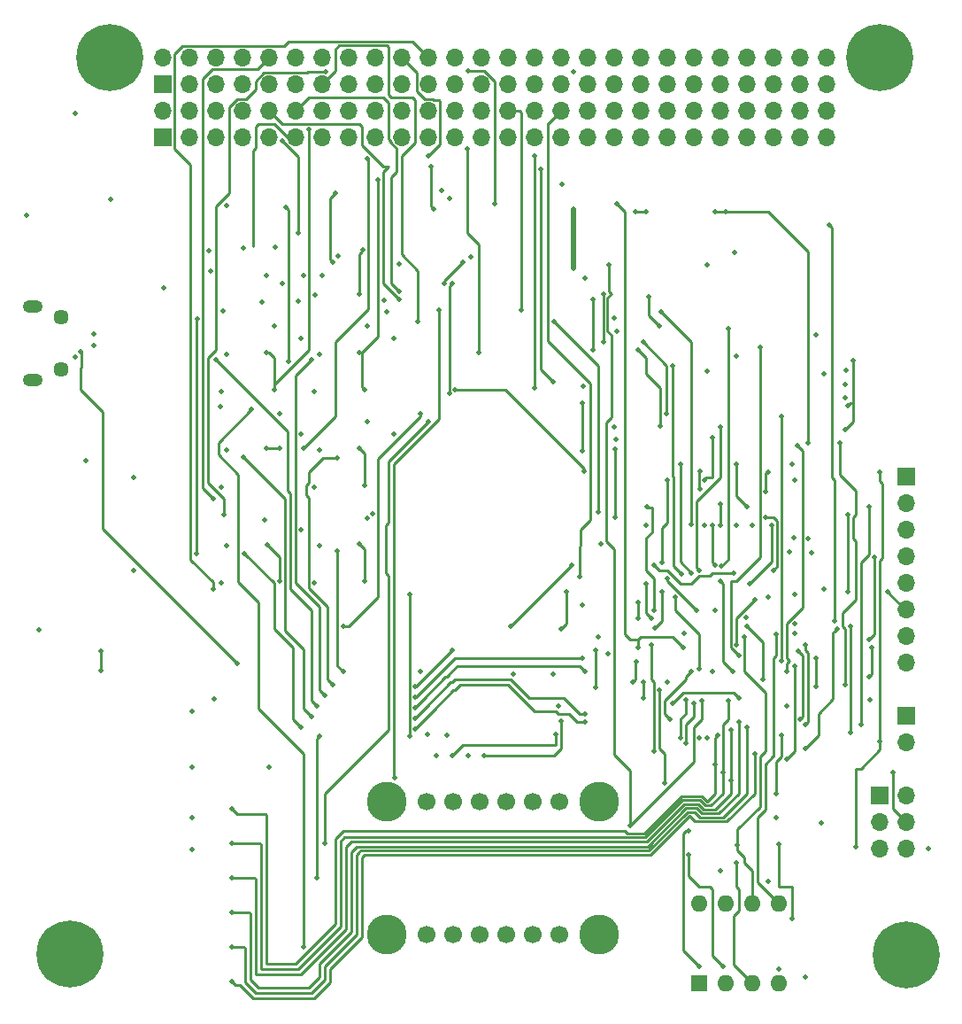
<source format=gbl>
%TF.GenerationSoftware,KiCad,Pcbnew,8.0.1*%
%TF.CreationDate,2024-05-29T09:56:21-04:00*%
%TF.ProjectId,Avionics_Board,4176696f-6e69-4637-935f-426f6172642e,rev?*%
%TF.SameCoordinates,PX40311b0PY93281e8*%
%TF.FileFunction,Copper,L4,Bot*%
%TF.FilePolarity,Positive*%
%FSLAX46Y46*%
G04 Gerber Fmt 4.6, Leading zero omitted, Abs format (unit mm)*
G04 Created by KiCad (PCBNEW 8.0.1) date 2024-05-29 09:56:21*
%MOMM*%
%LPD*%
G01*
G04 APERTURE LIST*
%TA.AperFunction,ComponentPad*%
%ADD10C,6.400000*%
%TD*%
%TA.AperFunction,ComponentPad*%
%ADD11R,1.700000X1.700000*%
%TD*%
%TA.AperFunction,ComponentPad*%
%ADD12O,1.700000X1.700000*%
%TD*%
%TA.AperFunction,ComponentPad*%
%ADD13O,1.900000X1.200000*%
%TD*%
%TA.AperFunction,ComponentPad*%
%ADD14C,1.450000*%
%TD*%
%TA.AperFunction,ComponentPad*%
%ADD15R,1.600000X1.600000*%
%TD*%
%TA.AperFunction,ComponentPad*%
%ADD16O,1.600000X1.600000*%
%TD*%
%TA.AperFunction,ComponentPad*%
%ADD17C,1.700000*%
%TD*%
%TA.AperFunction,ComponentPad*%
%ADD18C,3.810000*%
%TD*%
%TA.AperFunction,ViaPad*%
%ADD19C,0.508000*%
%TD*%
%TA.AperFunction,Conductor*%
%ADD20C,0.254000*%
%TD*%
%TA.AperFunction,Conductor*%
%ADD21C,0.508000*%
%TD*%
G04 APERTURE END LIST*
D10*
%TO.P,H5,1,1*%
%TO.N,GND*%
X80010000Y-5000D03*
%TD*%
D11*
%TO.P,H1,1,Pin_1*%
%TO.N,unconnected-(H1-Pin_1-Pad1)*%
X8890000Y78105000D03*
D12*
%TO.P,H1,2,Pin_2*%
%TO.N,unconnected-(H1-Pin_2-Pad2)*%
X8890000Y80645000D03*
%TO.P,H1,3,Pin_3*%
%TO.N,GND*%
X11430000Y78105000D03*
%TO.P,H1,4,Pin_4*%
%TO.N,unconnected-(H1-Pin_4-Pad4)*%
X11430000Y80655000D03*
%TO.P,H1,5,Pin_5*%
%TO.N,/PAYLOAD_RXD+*%
X13970000Y78105000D03*
%TO.P,H1,6,Pin_6*%
%TO.N,/PAYLOAD_TXD+*%
X13970000Y80655000D03*
%TO.P,H1,7,Pin_7*%
%TO.N,/PAYLOAD_RXD-*%
X16510000Y78105000D03*
%TO.P,H1,8,Pin_8*%
%TO.N,/PAYLOAD_TXD-*%
X16510000Y80655000D03*
%TO.P,H1,9,Pin_9*%
%TO.N,/RADIO_RXD+*%
X19050000Y78105000D03*
%TO.P,H1,10,Pin_10*%
%TO.N,/RADIO_TXD+*%
X19050000Y80655000D03*
%TO.P,H1,11,Pin_11*%
%TO.N,/RADIO_RXD-*%
X21590000Y78105000D03*
%TO.P,H1,12,Pin_12*%
%TO.N,/RADIO_TXD-*%
X21590000Y80655000D03*
%TO.P,H1,13,Pin_13*%
%TO.N,GND*%
X24130000Y78105000D03*
%TO.P,H1,14,Pin_14*%
%TO.N,unconnected-(H1-Pin_14-Pad14)*%
X24130000Y80655000D03*
%TO.P,H1,15,Pin_15*%
%TO.N,unconnected-(H1-Pin_15-Pad15)*%
X26670000Y78105000D03*
%TO.P,H1,16,Pin_16*%
%TO.N,unconnected-(H1-Pin_16-Pad16)*%
X26670000Y80655000D03*
%TO.P,H1,17,Pin_17*%
%TO.N,unconnected-(H1-Pin_17-Pad17)*%
X29210000Y78105000D03*
%TO.P,H1,18,Pin_18*%
%TO.N,unconnected-(H1-Pin_18-Pad18)*%
X29210000Y80655000D03*
%TO.P,H1,19,Pin_19*%
%TO.N,unconnected-(H1-Pin_19-Pad19)*%
X31750000Y78105000D03*
%TO.P,H1,20,Pin_20*%
%TO.N,unconnected-(H1-Pin_20-Pad20)*%
X31750000Y80655000D03*
%TO.P,H1,21,Pin_21*%
%TO.N,unconnected-(H1-Pin_21-Pad21)*%
X34290000Y78105000D03*
%TO.P,H1,22,Pin_22*%
%TO.N,unconnected-(H1-Pin_22-Pad22)*%
X34290000Y80655000D03*
%TO.P,H1,23,Pin_23*%
%TO.N,unconnected-(H1-Pin_23-Pad23)*%
X36830000Y78105000D03*
%TO.P,H1,24,Pin_24*%
%TO.N,unconnected-(H1-Pin_24-Pad24)*%
X36830000Y80655000D03*
%TO.P,H1,25,Pin_25*%
%TO.N,unconnected-(H1-Pin_25-Pad25)*%
X39370000Y78105000D03*
%TO.P,H1,26,Pin_26*%
%TO.N,unconnected-(H1-Pin_26-Pad26)*%
X39370000Y80655000D03*
%TO.P,H1,27,Pin_27*%
%TO.N,unconnected-(H1-Pin_27-Pad27)*%
X41910000Y78105000D03*
%TO.P,H1,28,Pin_28*%
%TO.N,/EPS_RESET*%
X41910000Y80655000D03*
%TO.P,H1,29,Pin_29*%
%TO.N,unconnected-(H1-Pin_29-Pad29)*%
X44450000Y78105000D03*
%TO.P,H1,30,Pin_30*%
%TO.N,/V_RTC*%
X44450000Y80655000D03*
%TO.P,H1,31,Pin_31*%
%TO.N,unconnected-(H1-Pin_31-Pad31)*%
X46990000Y78105000D03*
%TO.P,H1,32,Pin_32*%
%TO.N,/EPS_5V_USB*%
X46990000Y80655000D03*
%TO.P,H1,33,Pin_33*%
%TO.N,unconnected-(H1-Pin_33-Pad33)*%
X49530000Y78105000D03*
%TO.P,H1,34,Pin_34*%
%TO.N,unconnected-(H1-Pin_34-Pad34)*%
X49530000Y80655000D03*
%TO.P,H1,35,Pin_35*%
%TO.N,unconnected-(H1-Pin_35-Pad35)*%
X52070000Y78105000D03*
%TO.P,H1,36,Pin_36*%
%TO.N,unconnected-(H1-Pin_36-Pad36)*%
X52070000Y80655000D03*
%TO.P,H1,37,Pin_37*%
%TO.N,/Radio_SDA*%
X54610000Y78105000D03*
%TO.P,H1,38,Pin_38*%
%TO.N,GND*%
X54610000Y80655000D03*
%TO.P,H1,39,Pin_39*%
%TO.N,/Radio_SCLK*%
X57150000Y78105000D03*
%TO.P,H1,40,Pin_40*%
%TO.N,unconnected-(H1-Pin_40-Pad40)*%
X57150000Y80655000D03*
%TO.P,H1,41,Pin_41*%
%TO.N,/Power_SDA*%
X59690000Y78105000D03*
%TO.P,H1,42,Pin_42*%
%TO.N,GND*%
X59690000Y80655000D03*
%TO.P,H1,43,Pin_43*%
%TO.N,/Power_SCLK*%
X62230000Y78105000D03*
%TO.P,H1,44,Pin_44*%
%TO.N,unconnected-(H1-Pin_44-Pad44)*%
X62230000Y80655000D03*
%TO.P,H1,45,Pin_45*%
%TO.N,/PLD_SDA*%
X64770000Y78105000D03*
%TO.P,H1,46,Pin_46*%
%TO.N,GND*%
X64770000Y80655000D03*
%TO.P,H1,47,Pin_47*%
%TO.N,/PLD_SCLK*%
X67310000Y78105000D03*
%TO.P,H1,48,Pin_48*%
%TO.N,unconnected-(H1-Pin_48-Pad48)*%
X67310000Y80655000D03*
%TO.P,H1,49,Pin_49*%
%TO.N,unconnected-(H1-Pin_49-Pad49)*%
X69850000Y78105000D03*
%TO.P,H1,50,Pin_50*%
%TO.N,GND*%
X69850000Y80655000D03*
%TO.P,H1,51,Pin_51*%
%TO.N,unconnected-(H1-Pin_51-Pad51)*%
X72390000Y78105000D03*
%TO.P,H1,52,Pin_52*%
%TO.N,unconnected-(H1-Pin_52-Pad52)*%
X72390000Y80655000D03*
%TD*%
D10*
%TO.P,H3,1,1*%
%TO.N,GND*%
X3810000Y85725000D03*
%TD*%
D11*
%TO.P,J1,1,Pin_1*%
%TO.N,+3V3*%
X80010000Y45715000D03*
D12*
%TO.P,J1,2,Pin_2*%
%TO.N,/SDA_NON_CRIT*%
X80010000Y43175000D03*
%TO.P,J1,3,Pin_3*%
%TO.N,/SCL_NON_CRIT*%
X80010000Y40635000D03*
%TO.P,J1,4,Pin_4*%
%TO.N,/PLD_ON_A_Int*%
X80010000Y38095000D03*
%TO.P,J1,5,Pin_5*%
%TO.N,/STATES_A_Int*%
X80010000Y35555000D03*
%TO.P,J1,6,Pin_6*%
%TO.N,/SHUTDOWN_A*%
X80010000Y33015000D03*
%TO.P,J1,7,Pin_7*%
%TO.N,/GPIO_A*%
X80010000Y30475000D03*
%TO.P,J1,8,Pin_8*%
%TO.N,GND*%
X80010000Y27935000D03*
%TD*%
D10*
%TO.P,H6,1,1*%
%TO.N,GND*%
X0Y0D03*
%TD*%
D13*
%TO.P,J2,6,Shield*%
%TO.N,Net-(J2-Shield)*%
X-3530600Y61915000D03*
D14*
X-830600Y60915000D03*
X-830600Y55915000D03*
D13*
X-3530600Y54915000D03*
%TD*%
D11*
%TO.P,J3,1,Pin_1*%
%TO.N,GND*%
X80010000Y22855000D03*
D12*
%TO.P,J3,2,Pin_2*%
%TO.N,/~{RESET}*%
X80010000Y20315000D03*
%TD*%
D10*
%TO.P,H4,1,1*%
%TO.N,GND*%
X77470000Y85725000D03*
%TD*%
D15*
%TO.P,U4,1,X1*%
%TO.N,Net-(U3-X1)*%
X60208000Y-2789000D03*
D16*
%TO.P,U4,2,X2*%
%TO.N,Net-(U3-X2)*%
X62748000Y-2789000D03*
%TO.P,U4,3,VBAT*%
%TO.N,Net-(U3-VBAT)*%
X65288000Y-2789000D03*
%TO.P,U4,4,GND*%
%TO.N,GND*%
X67828000Y-2789000D03*
%TO.P,U4,5,SDA*%
%TO.N,/SDA_CRIT*%
X67828000Y4831000D03*
%TO.P,U4,6,SCL*%
%TO.N,/SCL_CRIT*%
X65288000Y4831000D03*
%TO.P,U4,7,SQW/OUT*%
%TO.N,Net-(U3-SQW{slash}OUT)*%
X62748000Y4831000D03*
%TO.P,U4,8,VCC*%
%TO.N,+3V3*%
X60208000Y4831000D03*
%TD*%
D17*
%TO.P,U2,1,VIN*%
%TO.N,+3V3*%
X46831000Y14632000D03*
%TO.P,U2,2,3Vo*%
%TO.N,unconnected-(U2-3Vo-Pad2)*%
X44291000Y14632000D03*
%TO.P,U2,3,GND*%
%TO.N,GND*%
X41751000Y14632000D03*
%TO.P,U2,4,SCL*%
%TO.N,/SCL_NON_CRIT*%
X39211000Y14632000D03*
%TO.P,U2,5,SDA*%
%TO.N,/SDA_NON_CRIT*%
X36671000Y14632000D03*
%TO.P,U2,6,INT*%
%TO.N,unconnected-(U2-INT-Pad6)*%
X34131000Y14632000D03*
%TO.P,U2,7,NC*%
%TO.N,unconnected-(U2-NC-Pad7)*%
X34131000Y1932000D03*
%TO.P,U2,8,NC*%
%TO.N,unconnected-(U2-NC-Pad8)*%
X36671000Y1932000D03*
%TO.P,U2,9,NC*%
%TO.N,unconnected-(U2-NC-Pad9)*%
X39211000Y1932000D03*
%TO.P,U2,10,NC*%
%TO.N,unconnected-(U2-NC-Pad10)*%
X41751000Y1932000D03*
%TO.P,U2,11,NC*%
%TO.N,unconnected-(U2-NC-Pad11)*%
X44291000Y1932000D03*
%TO.P,U2,12,GND*%
%TO.N,GND*%
X46831000Y1932000D03*
D18*
%TO.P,U2,GND,GND*%
X30321000Y14632000D03*
X30321000Y1932000D03*
X50641000Y14632000D03*
X50641000Y1932000D03*
%TD*%
D11*
%TO.P,J4,1,Pin_1*%
%TO.N,/MISO*%
X77470000Y15235000D03*
D12*
%TO.P,J4,2,Pin_2*%
%TO.N,+5V*%
X80010000Y15235000D03*
%TO.P,J4,3,Pin_3*%
%TO.N,/SCK*%
X77470000Y12695000D03*
%TO.P,J4,4,Pin_4*%
%TO.N,/MOSI*%
X80010000Y12695000D03*
%TO.P,J4,5,Pin_5*%
%TO.N,/~{RESET}*%
X77470000Y10155000D03*
%TO.P,J4,6,Pin_6*%
%TO.N,GND*%
X80010000Y10155000D03*
%TD*%
D11*
%TO.P,H2,1,Pin_1*%
%TO.N,unconnected-(H2-Pin_1-Pad1)*%
X8890000Y83185000D03*
D12*
%TO.P,H2,2,Pin_2*%
%TO.N,unconnected-(H2-Pin_2-Pad2)*%
X8890000Y85725000D03*
%TO.P,H2,3,Pin_3*%
%TO.N,unconnected-(H2-Pin_3-Pad3)*%
X11430000Y83185000D03*
%TO.P,H2,4,Pin_4*%
%TO.N,unconnected-(H2-Pin_4-Pad4)*%
X11430000Y85735000D03*
%TO.P,H2,5,Pin_5*%
%TO.N,unconnected-(H2-Pin_5-Pad5)*%
X13970000Y83185000D03*
%TO.P,H2,6,Pin_6*%
%TO.N,unconnected-(H2-Pin_6-Pad6)*%
X13970000Y85735000D03*
%TO.P,H2,7,Pin_7*%
%TO.N,unconnected-(H2-Pin_7-Pad7)*%
X16510000Y83185000D03*
%TO.P,H2,8,Pin_8*%
%TO.N,unconnected-(H2-Pin_8-Pad8)*%
X16510000Y85735000D03*
%TO.P,H2,9,Pin_9*%
%TO.N,/SHUTDOWN_A*%
X19050000Y83185000D03*
%TO.P,H2,10,Pin_10*%
%TO.N,/STATES_A*%
X19050000Y85735000D03*
%TO.P,H2,11,Pin_11*%
%TO.N,/SHUTDOWN_B*%
X21590000Y83185000D03*
%TO.P,H2,12,Pin_12*%
%TO.N,unconnected-(H2-Pin_12-Pad12)*%
X21590000Y85735000D03*
%TO.P,H2,13,Pin_13*%
%TO.N,/SHUTDOWN_C*%
X24130000Y83185000D03*
%TO.P,H2,14,Pin_14*%
%TO.N,unconnected-(H2-Pin_14-Pad14)*%
X24130000Y85735000D03*
%TO.P,H2,15,Pin_15*%
%TO.N,GND*%
X26670000Y83185000D03*
%TO.P,H2,16,Pin_16*%
%TO.N,/PAYLOAD_ON_A*%
X26670000Y85735000D03*
%TO.P,H2,17,Pin_17*%
%TO.N,/GPIO12*%
X29210000Y83185000D03*
%TO.P,H2,18,Pin_18*%
%TO.N,/PAYLOAD_ON_B*%
X29210000Y85735000D03*
%TO.P,H2,19,Pin_19*%
%TO.N,unconnected-(H2-Pin_19-Pad19)*%
X31750000Y83185000D03*
%TO.P,H2,20,Pin_20*%
%TO.N,/PAYLOAD_ON_C*%
X31750000Y85735000D03*
%TO.P,H2,21,Pin_21*%
%TO.N,unconnected-(H2-Pin_21-Pad21)*%
X34290000Y83185000D03*
%TO.P,H2,22,Pin_22*%
%TO.N,/STATES_B*%
X34290000Y85735000D03*
%TO.P,H2,23,Pin_23*%
%TO.N,unconnected-(H2-Pin_23-Pad23)*%
X36830000Y83185000D03*
%TO.P,H2,24,Pin_24*%
%TO.N,/STATES_C*%
X36830000Y85735000D03*
%TO.P,H2,25,Pin_25*%
%TO.N,unconnected-(H2-Pin_25-Pad25)*%
X39370000Y83185000D03*
%TO.P,H2,26,Pin_26*%
%TO.N,unconnected-(H2-Pin_26-Pad26)*%
X39370000Y85735000D03*
%TO.P,H2,27,Pin_27*%
%TO.N,/3V3_IN*%
X41910000Y83185000D03*
%TO.P,H2,28,Pin_28*%
X41910000Y85735000D03*
%TO.P,H2,29,Pin_29*%
%TO.N,GND*%
X44450000Y83185000D03*
%TO.P,H2,30,Pin_30*%
X44450000Y85735000D03*
%TO.P,H2,31,Pin_31*%
X46990000Y83185000D03*
%TO.P,H2,32,Pin_32*%
X46990000Y85735000D03*
%TO.P,H2,33,Pin_33*%
%TO.N,unconnected-(H2-Pin_33-Pad33)*%
X49530000Y83185000D03*
%TO.P,H2,34,Pin_34*%
%TO.N,unconnected-(H2-Pin_34-Pad34)*%
X49530000Y85735000D03*
%TO.P,H2,35,Pin_35*%
%TO.N,unconnected-(H2-Pin_35-Pad35)*%
X52070000Y83185000D03*
%TO.P,H2,36,Pin_36*%
%TO.N,unconnected-(H2-Pin_36-Pad36)*%
X52070000Y85735000D03*
%TO.P,H2,37,Pin_37*%
%TO.N,unconnected-(H2-Pin_37-Pad37)*%
X54610000Y83185000D03*
%TO.P,H2,38,Pin_38*%
%TO.N,unconnected-(H2-Pin_38-Pad38)*%
X54610000Y85735000D03*
%TO.P,H2,39,Pin_39*%
%TO.N,unconnected-(H2-Pin_39-Pad39)*%
X57150000Y83185000D03*
%TO.P,H2,40,Pin_40*%
%TO.N,unconnected-(H2-Pin_40-Pad40)*%
X57150000Y85735000D03*
%TO.P,H2,41,Pin_41*%
%TO.N,unconnected-(H2-Pin_41-Pad41)*%
X59690000Y83185000D03*
%TO.P,H2,42,Pin_42*%
%TO.N,unconnected-(H2-Pin_42-Pad42)*%
X59690000Y85735000D03*
%TO.P,H2,43,Pin_43*%
%TO.N,unconnected-(H2-Pin_43-Pad43)*%
X62230000Y83185000D03*
%TO.P,H2,44,Pin_44*%
%TO.N,unconnected-(H2-Pin_44-Pad44)*%
X62230000Y85735000D03*
%TO.P,H2,45,Pin_45*%
%TO.N,/BATT_RAW*%
X64770000Y83185000D03*
%TO.P,H2,46,Pin_46*%
X64770000Y85735000D03*
%TO.P,H2,47,Pin_47*%
%TO.N,unconnected-(H2-Pin_47-Pad47)*%
X67310000Y83185000D03*
%TO.P,H2,48,Pin_48*%
%TO.N,unconnected-(H2-Pin_48-Pad48)*%
X67310000Y85735000D03*
%TO.P,H2,49,Pin_49*%
%TO.N,unconnected-(H2-Pin_49-Pad49)*%
X69850000Y83185000D03*
%TO.P,H2,50,Pin_50*%
%TO.N,unconnected-(H2-Pin_50-Pad50)*%
X69850000Y85735000D03*
%TO.P,H2,51,Pin_51*%
%TO.N,unconnected-(H2-Pin_51-Pad51)*%
X72390000Y83185000D03*
%TO.P,H2,52,Pin_52*%
%TO.N,unconnected-(H2-Pin_52-Pad52)*%
X72390000Y85735000D03*
%TD*%
D19*
%TO.N,GND*%
X508000Y57145000D03*
X23876000Y57399000D03*
X63754000Y57150000D03*
X52324000Y59531000D03*
X65278000Y41021000D03*
X52224000Y49271000D03*
X14986000Y39111000D03*
X69276000Y39817000D03*
X52070000Y60801000D03*
X20320000Y64135000D03*
X22352000Y64897000D03*
X30988000Y49779000D03*
X22098000Y58923000D03*
X71374000Y59181999D03*
X3873426Y72187460D03*
X49276000Y64643000D03*
X69088000Y46863000D03*
X76527500Y24310500D03*
X6096000Y36702999D03*
X508000Y80391000D03*
X23876000Y39111000D03*
X60960000Y20701000D03*
X-2984574Y31039460D03*
X23368000Y44699000D03*
X74168000Y54483000D03*
X28943501Y42151500D03*
X13271426Y67234460D03*
X14478000Y44699000D03*
X71882000Y12573000D03*
X52070000Y50387000D03*
X34227000Y21018000D03*
X42418000Y26797000D03*
X14986000Y48255000D03*
X61722000Y32893000D03*
X70358000Y-2159001D03*
X67818000Y-1397000D03*
X23876000Y48255000D03*
X6096000Y45592999D03*
X23368000Y35555000D03*
X70993000Y38353999D03*
X14986000Y57399000D03*
X50800000Y39243000D03*
X60706000Y41021000D03*
X46736000Y23749000D03*
X69342000Y34417000D03*
X63627000Y67056000D03*
X62235000Y7996000D03*
X36068000Y20955000D03*
X50546000Y30353000D03*
X22098000Y40635000D03*
X47112000Y73655000D03*
X21841676Y62410295D03*
X14986000Y71623000D03*
X30988000Y58923000D03*
X24130000Y64897000D03*
X14478000Y53843000D03*
X49022000Y33401000D03*
X23368000Y53843000D03*
X14478000Y35555000D03*
X-4157074Y70633960D03*
X25654000Y66797000D03*
X13843000Y24383999D03*
X64684000Y32217000D03*
X22098000Y49779000D03*
X74168000Y53213000D03*
X61468000Y27051000D03*
X82164000Y10155000D03*
X18411326Y62357015D03*
X49154000Y54351000D03*
X1524000Y47239000D03*
X18796000Y64897000D03*
X58784000Y30717000D03*
X31496000Y66035000D03*
%TO.N,+3V3*%
X68834000Y38481000D03*
X70612000Y39751000D03*
X72136000Y34925000D03*
X60960000Y55753000D03*
X38100000Y19045000D03*
X35052000Y19045000D03*
X46228000Y26797000D03*
X60960000Y65913000D03*
X67564000Y13081000D03*
X28435000Y50940000D03*
X11684000Y10033000D03*
X14414426Y52375460D03*
X19050000Y17907000D03*
X66802000Y34163000D03*
X74300000Y55875000D03*
X60198000Y20701000D03*
X72136000Y55499000D03*
X20066000Y51689000D03*
X63754000Y41021000D03*
X66802000Y6953000D03*
X19558000Y60071000D03*
X11684000Y13081000D03*
X18669000Y41529000D03*
X28448000Y60071000D03*
X28448000Y41656000D03*
X11684000Y17907000D03*
X69342000Y45339000D03*
X11684000Y23241000D03*
X19677000Y67572000D03*
X55118000Y41021000D03*
X51499000Y28766000D03*
%TO.N,Net-(U6-VOUT)*%
X20701000Y71374000D03*
X20955000Y56642000D03*
X17399000Y52070000D03*
X22352000Y757000D03*
%TO.N,/PAYLOAD_RXD*%
X60452000Y24257000D03*
X53594000Y12319000D03*
X51562000Y65913000D03*
%TO.N,Net-(U9-VDDCORE)*%
X61722000Y37211000D03*
X61468000Y41021000D03*
X36322000Y53594000D03*
X52197000Y41783000D03*
X49022000Y52705000D03*
X36576000Y64135000D03*
X49022000Y48133000D03*
X52197000Y48260000D03*
%TO.N,/RADIO_RXD*%
X64008000Y28575000D03*
X66040000Y58039000D03*
X69342000Y27559000D03*
X68580000Y18669000D03*
%TO.N,/PAYLOAD_TXD*%
X59436000Y41122600D03*
X60198000Y27305000D03*
X58928000Y20193000D03*
X57912000Y34163000D03*
X59690000Y24003000D03*
X56578500Y61404500D03*
%TO.N,/RADIO_TXD*%
X68580000Y27051000D03*
X26162000Y31369000D03*
X69596000Y48641000D03*
X2984426Y27102460D03*
X33528000Y51689000D03*
X2984426Y29007460D03*
%TO.N,+5V*%
X8992000Y63729000D03*
%TO.N,/SDA_NON_CRIT*%
X36576000Y19045000D03*
X58972000Y24301000D03*
X75692000Y21971000D03*
X76454000Y42799000D03*
X68580000Y23749000D03*
X58420000Y20701000D03*
X46482000Y21077000D03*
%TO.N,/SCL_NON_CRIT*%
X59436000Y27051000D03*
X76962000Y37973000D03*
X73406000Y31115000D03*
X70358000Y19685000D03*
X57404000Y22479000D03*
X46990000Y22347000D03*
X76454000Y30099000D03*
X39624000Y19045000D03*
%TO.N,/PLD_ON_A_Int*%
X23622000Y23749000D03*
X65532000Y33909000D03*
X33020000Y23617000D03*
X63754000Y29591000D03*
X13970000Y56891000D03*
X49276000Y27051000D03*
X54229480Y27940480D03*
X53848000Y26035000D03*
%TO.N,/STATES_A_Int*%
X74676000Y31369000D03*
X67564000Y15367000D03*
X74676000Y21209000D03*
X56896000Y16383000D03*
X33020000Y25649000D03*
X25623020Y47462020D03*
X68072000Y20955000D03*
X25146000Y25781000D03*
X50292000Y29083000D03*
X56388000Y25273000D03*
X36576000Y29083000D03*
X50292000Y25527000D03*
%TO.N,/SHUTDOWN_A*%
X64770000Y42799000D03*
X74422000Y42037000D03*
X63754000Y46863000D03*
X45085000Y75057000D03*
X59472000Y36485000D03*
X58420000Y46863000D03*
X78232000Y34671000D03*
X46228000Y54737000D03*
X74422000Y34671000D03*
%TO.N,/GPIO_A*%
X64770000Y31369000D03*
X66294000Y26289000D03*
X76708000Y29337000D03*
X76454000Y26543000D03*
%TO.N,/Microcontroller/USB_D-*%
X2286000Y59309000D03*
X69332232Y30650524D03*
%TO.N,/Microcontroller/USB_D+*%
X2286000Y58166000D03*
X69332232Y31610524D03*
%TO.N,/Microcontroller/USB_HOST_EN*%
X54356000Y33655000D03*
X16002000Y27813000D03*
X1016000Y57653000D03*
X54356000Y32131000D03*
%TO.N,/MISO*%
X62992000Y24257000D03*
X15494000Y10663000D03*
X62484000Y17399000D03*
%TO.N,/SCK*%
X63246000Y21463000D03*
X63246000Y16637000D03*
X15494000Y7361000D03*
%TO.N,/MOSI*%
X78740000Y17399000D03*
X15494000Y13965000D03*
X61976000Y20955000D03*
X61722000Y18161000D03*
%TO.N,/~{RESET}*%
X36857772Y53990806D03*
X66802000Y46101000D03*
X62230000Y43053000D03*
X66548000Y44196000D03*
X75184000Y10287000D03*
X49212426Y46152460D03*
X60261426Y46152460D03*
X12128426Y38278460D03*
X77470000Y20320000D03*
X60261426Y44501460D03*
X62230000Y41021000D03*
X77470000Y46101000D03*
X12192000Y60757460D03*
%TO.N,/Microcontroller/RX_LED_SWDIO*%
X61468000Y49403000D03*
X59944000Y32893000D03*
X60706000Y45339000D03*
X57150000Y35941000D03*
X56642000Y37465000D03*
X57150000Y45339000D03*
%TO.N,/Microcontroller/SWCLK*%
X74422000Y52451000D03*
X74930000Y56769000D03*
X74168000Y50165000D03*
X60198000Y36703000D03*
X62230000Y50419000D03*
%TO.N,/Microcontroller/TXLED*%
X48006000Y37211000D03*
X42164000Y31369000D03*
X63500000Y36449000D03*
X55880000Y37211000D03*
%TO.N,/SDA_CRIT*%
X67564000Y30607000D03*
%TO.N,/SCL_CRIT*%
X64516000Y30353000D03*
X63881000Y10414000D03*
%TO.N,/Microcontroller/X1*%
X55245000Y42799000D03*
X55880000Y32893000D03*
%TO.N,/Microcontroller/X2*%
X55118000Y35433000D03*
X55626000Y32131000D03*
%TO.N,/Microcontroller/AREF*%
X47498000Y34671000D03*
X46990000Y31115000D03*
X56642000Y34671000D03*
X55982000Y31217000D03*
%TO.N,/GPIO13*%
X55880000Y19431000D03*
X65532000Y19177000D03*
X55626000Y29591000D03*
X15494000Y-2545000D03*
%TO.N,/GPIO12*%
X58674000Y29337000D03*
X52324000Y71755000D03*
X40640000Y71755000D03*
X38100000Y84455000D03*
X54356000Y29337000D03*
%TO.N,/PLD_ON_B_Int*%
X24384000Y24765000D03*
X33020000Y24633000D03*
X49022000Y28321000D03*
X23114000Y56891000D03*
%TO.N,/PLD_ON_C_Int*%
X16583011Y47566011D03*
X23114000Y22733000D03*
X33020000Y22601000D03*
X54864000Y24511000D03*
X54864000Y26035000D03*
X49276000Y22987000D03*
%TO.N,/EN_PAYLOAD_SERIAL*%
X62230000Y35687000D03*
X55372000Y62865000D03*
X62992000Y59817000D03*
X62357000Y37084000D03*
X56388000Y60071000D03*
X63472000Y27023000D03*
%TO.N,/STATES_B_Int*%
X57658000Y24003000D03*
X64008000Y24511000D03*
X16733020Y38318020D03*
X49276000Y22225000D03*
X33020000Y21585000D03*
X22098000Y21717000D03*
%TO.N,/STATES_C_Int*%
X25623020Y38572020D03*
X57150000Y26035000D03*
X26162000Y27051000D03*
X33528000Y27051000D03*
%TO.N,/EN_RADIO_SERIAL*%
X68072000Y51435000D03*
X68072000Y28067000D03*
%TO.N,/EN_EXT_I2C*%
X71415000Y28280000D03*
X71415000Y25593400D03*
%TO.N,/TXD2*%
X64008000Y22225000D03*
X69850000Y22479000D03*
X69683779Y29019552D03*
X15494000Y4059000D03*
%TO.N,/RXD2*%
X64770000Y21717000D03*
X70358000Y21971000D03*
X15494000Y757000D03*
X70358000Y29591000D03*
%TO.N,/SHUTDOWN_C*%
X46316091Y60517337D03*
X67364226Y36666319D03*
X66548000Y41783000D03*
X50546000Y42291000D03*
X33329096Y60476231D03*
%TO.N,/WDTICK*%
X67142803Y40998851D03*
X65024000Y35433000D03*
%TO.N,Net-(U3-SQW{slash}OUT)*%
X67818000Y10541000D03*
X69088000Y3429000D03*
%TO.N,/SHUTDOWN_B*%
X58547000Y36322000D03*
X38060511Y77001489D03*
X39116000Y57531000D03*
X57658000Y56261000D03*
%TO.N,/STATES_B*%
X18866406Y39141639D03*
X20066000Y35687000D03*
X13716000Y34925000D03*
%TO.N,Net-(U6-FLAGB)*%
X25400000Y72771000D03*
X25146000Y66135000D03*
%TO.N,/PAYLOAD_ON_A*%
X19558000Y53975000D03*
X22860000Y78867000D03*
X18796000Y57531000D03*
%TO.N,/PAYLOAD_ON_C*%
X20066000Y48387000D03*
X18796000Y48387000D03*
X22352000Y48387000D03*
X28448000Y76073000D03*
X34290000Y76327000D03*
%TO.N,/PAYLOAD_ON_B*%
X27686000Y57531000D03*
X29464000Y74041000D03*
X28194000Y53975000D03*
%TO.N,/STATES_A*%
X28194000Y44831000D03*
X13716000Y43561000D03*
X27666000Y48367000D03*
%TO.N,/STATES_C*%
X28194000Y35687000D03*
X27686000Y39243000D03*
X24447426Y84379460D03*
X14732000Y42037000D03*
%TO.N,/PAYLOAD_RXD-*%
X35560000Y73025000D03*
%TO.N,/RADIO_RXD-*%
X30289426Y61392460D03*
%TO.N,/PAYLOAD_RXD+*%
X36322000Y72263000D03*
%TO.N,/PAYLOAD_TXD+*%
X37592000Y66167000D03*
X34798000Y71247000D03*
X34544000Y75311000D03*
X35814000Y64135000D03*
%TO.N,/PAYLOAD_TXD-*%
X21844000Y68961000D03*
X38354000Y66675000D03*
X20320000Y77724000D03*
%TO.N,/RADIO_RXD+*%
X30035426Y62535460D03*
%TO.N,/RADIO_TXD+*%
X50038000Y62611000D03*
X54356000Y57785000D03*
X56520000Y50541000D03*
X31496000Y62611000D03*
X50038000Y57785000D03*
%TO.N,/EPS_RESET*%
X35306000Y61595000D03*
X31051426Y16891000D03*
X43180000Y61595000D03*
%TO.N,/V_RTC*%
X34290000Y50927000D03*
X24384000Y10663000D03*
X44450000Y54102000D03*
X44450000Y76327000D03*
%TO.N,/EPS_5V_USB*%
X23876000Y20828000D03*
X48768000Y36068000D03*
X32512000Y34417000D03*
X23622000Y7361000D03*
X32512000Y20828000D03*
%TO.N,/SDA_EXT*%
X55118000Y70993000D03*
X54102000Y70993000D03*
X74168000Y25781000D03*
X73660000Y48895000D03*
X70612000Y48895000D03*
X61722000Y70993000D03*
X62738000Y70993000D03*
%TO.N,/SCL_EXT*%
X72644000Y69723000D03*
X73152000Y31877000D03*
%TO.N,Net-(U3-VBAT)*%
X63754000Y8763000D03*
%TO.N,Net-(U3-X2)*%
X59182000Y9525000D03*
X62484000Y-1143000D03*
%TO.N,Net-(U3-X1)*%
X60214320Y-1136970D03*
X59182000Y11811000D03*
%TO.N,/RADIO_TXD-*%
X57120636Y51689000D03*
X31496000Y63373000D03*
X51054000Y63119000D03*
X51054000Y58547000D03*
X54864000Y58547000D03*
%TO.N,Net-(JP10-B)*%
X28022520Y67309999D03*
X14668426Y61519460D03*
X27682326Y63119015D03*
%TO.N,Net-(JP10-A)*%
X16573426Y67488460D03*
X13462000Y65329460D03*
%TO.N,/BATT_RAW*%
X48196426Y65583460D03*
X23491326Y62992015D03*
X48196426Y71247000D03*
X48196426Y84379460D03*
%TD*%
D20*
%TO.N,Net-(U6-VOUT)*%
X14224000Y48895000D02*
X17399000Y52070000D01*
X16129000Y38862000D02*
X16129000Y45847000D01*
X22352000Y757000D02*
X22352000Y19177000D01*
X16129000Y35560000D02*
X16129000Y38862000D01*
X20955000Y56642000D02*
X20955000Y71120000D01*
X14224000Y47752000D02*
X14224000Y48895000D01*
X20320000Y21209000D02*
X18034000Y23495000D01*
X18034000Y33655000D02*
X16129000Y35560000D01*
X16129000Y45847000D02*
X14224000Y47752000D01*
X20955000Y71120000D02*
X20701000Y71374000D01*
X22352000Y19177000D02*
X20320000Y21209000D01*
X18034000Y23495000D02*
X18034000Y33655000D01*
%TO.N,/PAYLOAD_RXD*%
X51435000Y62738000D02*
X51435000Y59563000D01*
X51816000Y59182000D02*
X51816000Y51308000D01*
X51816000Y63119000D02*
X51435000Y62738000D01*
X51562000Y63373000D02*
X51816000Y63119000D01*
X51435000Y59563000D02*
X51816000Y59182000D01*
X53594000Y12319000D02*
X59690000Y18415000D01*
X52070000Y19050000D02*
X53594000Y17526000D01*
X52070000Y38735000D02*
X52070000Y19050000D01*
X51816000Y51308000D02*
X51308000Y50800000D01*
X51562000Y65913000D02*
X51562000Y63373000D01*
X51308000Y50800000D02*
X51308000Y39497000D01*
X59690000Y18415000D02*
X59690000Y21717000D01*
X60452000Y22479000D02*
X59690000Y21717000D01*
X52070000Y38735000D02*
X51308000Y39497000D01*
X53594000Y17526000D02*
X53594000Y12319000D01*
X60452000Y22479000D02*
X60452000Y24257000D01*
%TO.N,Net-(U9-VDDCORE)*%
X52197000Y41783000D02*
X52197000Y42037000D01*
X36322000Y63881000D02*
X36576000Y64135000D01*
X49022000Y48133000D02*
X49022000Y52705000D01*
X61468000Y37465000D02*
X61722000Y37211000D01*
X52197000Y42037000D02*
X52197000Y48260000D01*
X36322000Y53594000D02*
X36322000Y63881000D01*
X61468000Y41021000D02*
X61468000Y37465000D01*
%TO.N,/RADIO_RXD*%
X69342000Y19431000D02*
X68580000Y18669000D01*
X66040000Y37973000D02*
X66040000Y58039000D01*
X64008000Y28575000D02*
X63246000Y29337000D01*
X69342000Y27559000D02*
X69342000Y23241000D01*
X63246000Y35687000D02*
X63754000Y35687000D01*
X63246000Y29337000D02*
X63246000Y35687000D01*
X63754000Y35687000D02*
X66040000Y37973000D01*
X69342000Y23241000D02*
X69342000Y19431000D01*
%TO.N,/PAYLOAD_TXD*%
X57912000Y34163000D02*
X57912000Y32893000D01*
X58928000Y20193000D02*
X58928000Y21971000D01*
X60198000Y30607000D02*
X60198000Y27305000D01*
X59436000Y47625000D02*
X59436000Y41122600D01*
X58928000Y21971000D02*
X59690000Y22733000D01*
X56578500Y61404500D02*
X59436000Y58547000D01*
X57912000Y32893000D02*
X60198000Y30607000D01*
X59436000Y58547000D02*
X59436000Y47625000D01*
X59690000Y22733000D02*
X59690000Y24003000D01*
%TO.N,/RADIO_TXD*%
X68580000Y31623000D02*
X68580000Y28321000D01*
X2984426Y29007460D02*
X2984426Y27102460D01*
X68580000Y27813000D02*
X68580000Y27051000D01*
X26670000Y31369000D02*
X26162000Y31369000D01*
X68834000Y28067000D02*
X68580000Y27813000D01*
X29464000Y47371000D02*
X29464000Y34163000D01*
X33528000Y51435000D02*
X30988000Y48895000D01*
X30988000Y48895000D02*
X29464000Y47371000D01*
X70104000Y33147000D02*
X70104000Y48133000D01*
X70104000Y33147000D02*
X68580000Y31623000D01*
X29464000Y34163000D02*
X26670000Y31369000D01*
X68580000Y28321000D02*
X68834000Y28067000D01*
X69596000Y48641000D02*
X70104000Y48133000D01*
X33528000Y51689000D02*
X33528000Y51435000D01*
%TO.N,/SDA_NON_CRIT*%
X58420000Y22479000D02*
X58972000Y23031000D01*
X76454000Y38227000D02*
X76200000Y37973000D01*
X76454000Y42799000D02*
X76454000Y38227000D01*
X58972000Y23031000D02*
X58972000Y24301000D01*
X58420000Y20701000D02*
X58420000Y22479000D01*
X46482000Y20061000D02*
X46482000Y21077000D01*
X75692000Y37465000D02*
X75692000Y21971000D01*
X37592000Y20061000D02*
X46482000Y20061000D01*
X76200000Y37973000D02*
X75692000Y37465000D01*
X36576000Y19045000D02*
X37592000Y20061000D01*
%TO.N,/SCL_NON_CRIT*%
X39624000Y19045000D02*
X46350000Y19045000D01*
X56896000Y24257000D02*
X58928000Y26289000D01*
X76962000Y30607000D02*
X76454000Y30099000D01*
X73152000Y30861000D02*
X73406000Y31115000D01*
X46350000Y19045000D02*
X46990000Y19685000D01*
X73033080Y24392080D02*
X71628000Y22987000D01*
X76962000Y37973000D02*
X76962000Y30607000D01*
X73033080Y28219699D02*
X73033080Y24392080D01*
X57404000Y22479000D02*
X56896000Y22987000D01*
X73033080Y28219699D02*
X73033080Y30742080D01*
X46990000Y19685000D02*
X46990000Y22347000D01*
X73033080Y30742080D02*
X73152000Y30861000D01*
X58928000Y26543000D02*
X59436000Y27051000D01*
X58928000Y26289000D02*
X58928000Y26543000D01*
X71628000Y20955000D02*
X70358000Y19685000D01*
X56896000Y22987000D02*
X56896000Y24257000D01*
X71628000Y22987000D02*
X71628000Y20955000D01*
%TO.N,/PLD_ON_A_Int*%
X35946000Y26543000D02*
X36068000Y26543000D01*
X21082000Y34925000D02*
X23114000Y32893000D01*
X46228000Y27559000D02*
X48768000Y27559000D01*
X23114000Y24257000D02*
X23622000Y23749000D01*
X54102000Y26543000D02*
X54102000Y26289000D01*
X23114000Y29205000D02*
X23114000Y24257000D01*
X48768000Y27559000D02*
X49276000Y27051000D01*
X33020000Y23617000D02*
X33782000Y24379000D01*
X21082000Y44069000D02*
X21082000Y34925000D01*
X63754000Y29591000D02*
X63754000Y32131000D01*
X20828000Y50033000D02*
X20828000Y44323000D01*
X36449480Y26924480D02*
X37084000Y27559000D01*
X36068000Y26543000D02*
X36322000Y26797000D01*
X23114000Y32893000D02*
X23114000Y29205000D01*
X33782000Y24379000D02*
X35946000Y26543000D01*
X13970000Y56891000D02*
X20828000Y50033000D01*
X54102000Y27813000D02*
X54102000Y26543000D01*
X63754000Y32131000D02*
X65532000Y33909000D01*
X36322000Y26797000D02*
X36449480Y26924480D01*
X20828000Y44323000D02*
X21082000Y44069000D01*
X54102000Y26289000D02*
X53848000Y26035000D01*
X37084000Y27559000D02*
X46228000Y27559000D01*
X54229480Y27940480D02*
X54102000Y27813000D01*
%TO.N,/STATES_A_Int*%
X22606000Y43937000D02*
X22860000Y43683000D01*
X56896000Y19177000D02*
X56896000Y16637000D01*
X68072000Y18923000D02*
X68072000Y20955000D01*
X50292000Y29083000D02*
X50292000Y25527000D01*
X22860000Y35047000D02*
X24638000Y33269000D01*
X67564000Y18415000D02*
X67818000Y18669000D01*
X24638000Y29205000D02*
X24638000Y26289000D01*
X67564000Y15367000D02*
X67564000Y18415000D01*
X56896000Y16637000D02*
X56896000Y16383000D01*
X33142000Y25649000D02*
X33274000Y25781000D01*
X22860000Y43683000D02*
X22860000Y35047000D01*
X33020000Y25649000D02*
X33142000Y25649000D01*
X24638000Y26289000D02*
X25146000Y25781000D01*
X56388000Y25273000D02*
X56388000Y19685000D01*
X22860000Y46101000D02*
X22860000Y45085000D01*
X22606000Y44831000D02*
X22606000Y43937000D01*
X56388000Y19685000D02*
X56896000Y19177000D01*
X24638000Y33269000D02*
X24638000Y29205000D01*
X33274000Y25781000D02*
X36576000Y29083000D01*
X22860000Y45085000D02*
X22606000Y44831000D01*
X25623020Y47462020D02*
X24221020Y47462020D01*
X74676000Y21209000D02*
X74676000Y31369000D01*
X24221020Y47462020D02*
X22860000Y46101000D01*
X67818000Y18669000D02*
X68072000Y18923000D01*
%TO.N,/SHUTDOWN_A*%
X63754000Y43815000D02*
X64770000Y42799000D01*
X63754000Y46863000D02*
X63754000Y43815000D01*
X80010000Y33015000D02*
X79888000Y33015000D01*
X79888000Y33015000D02*
X78232000Y34671000D01*
X45085000Y55880000D02*
X45085000Y75057000D01*
X74422000Y42037000D02*
X74422000Y34671000D01*
X58420000Y37537000D02*
X59472000Y36485000D01*
X46228000Y54737000D02*
X45085000Y55880000D01*
X58420000Y46863000D02*
X58420000Y37537000D01*
%TO.N,/GPIO_A*%
X66294000Y26289000D02*
X66294000Y29845000D01*
X76708000Y29337000D02*
X76708000Y26797000D01*
X66294000Y29845000D02*
X64770000Y31369000D01*
X76708000Y26797000D02*
X76454000Y26543000D01*
%TO.N,/Microcontroller/USB_HOST_EN*%
X3175000Y51816000D02*
X1016000Y53975000D01*
X54356000Y32131000D02*
X54356000Y33655000D01*
X1016000Y53975000D02*
X1016000Y56007000D01*
X3175000Y40640000D02*
X3175000Y51816000D01*
X1016000Y56007000D02*
X1143000Y56134000D01*
X16002000Y27813000D02*
X3175000Y40640000D01*
X1143000Y57526000D02*
X1016000Y57653000D01*
X1143000Y56134000D02*
X1143000Y57526000D01*
%TO.N,/MISO*%
X25908000Y10795000D02*
X26289481Y11176481D01*
X55081889Y11176481D02*
X58637888Y14732480D01*
X15494000Y10663000D02*
X18166000Y10663000D01*
X62992000Y22479000D02*
X62992000Y24257000D01*
X62484000Y17399000D02*
X62484000Y21971000D01*
X26289481Y11176481D02*
X55081889Y11176481D01*
X61341481Y14224481D02*
X62484000Y15367000D01*
X60294384Y14732480D02*
X60802383Y14224481D01*
X18288000Y10541000D02*
X18288000Y-1397000D01*
X18288000Y-1397000D02*
X21844000Y-1397000D01*
X21844000Y-1397000D02*
X25908000Y2667000D01*
X62484000Y15367000D02*
X62484000Y17399000D01*
X62484000Y21971000D02*
X62992000Y22479000D01*
X60802383Y14224481D02*
X61341481Y14224481D01*
X58637888Y14732480D02*
X60294384Y14732480D01*
X18166000Y10663000D02*
X18288000Y10541000D01*
X25908000Y2667000D02*
X25908000Y10795000D01*
%TO.N,/SCK*%
X60645728Y13843000D02*
X61722000Y13843000D01*
X63246000Y15367000D02*
X63246000Y16637000D01*
X63246000Y16637000D02*
X63246000Y21463000D01*
X61722000Y13843000D02*
X63246000Y15367000D01*
X26416000Y2413000D02*
X26416000Y10287000D01*
X15494000Y7361000D02*
X17658000Y7361000D01*
X17780000Y-1905000D02*
X22098000Y-1905000D01*
X26924000Y10795000D02*
X55238544Y10795000D01*
X60136768Y14351960D02*
X60645728Y13843000D01*
X58795504Y14351960D02*
X60136768Y14351960D01*
X17658000Y7361000D02*
X17780000Y7239000D01*
X22098000Y-1905000D02*
X26416000Y2413000D01*
X17780000Y7239000D02*
X17780000Y-1905000D01*
X55238544Y10795000D02*
X58795504Y14351960D01*
X26416000Y10287000D02*
X26924000Y10795000D01*
%TO.N,/MOSI*%
X60960000Y14605000D02*
X61722000Y15367000D01*
X18726266Y13404734D02*
X18796000Y13335000D01*
X58480272Y15113000D02*
X60452000Y15113000D01*
X61722000Y15367000D02*
X61722000Y18161000D01*
X78740000Y13965000D02*
X78740000Y17399000D01*
X16054266Y13404734D02*
X18726266Y13404734D01*
X21590000Y-889000D02*
X25400000Y2921000D01*
X60452000Y15113000D02*
X60960000Y14605000D01*
X18796000Y13335000D02*
X18796000Y-889000D01*
X15494000Y13965000D02*
X16054266Y13404734D01*
X25400000Y11049000D02*
X26162000Y11811000D01*
X25400000Y2921000D02*
X25400000Y11049000D01*
X80010000Y12695000D02*
X78740000Y13965000D01*
X61722000Y20701000D02*
X61976000Y20955000D01*
X54924272Y11557000D02*
X58480272Y15113000D01*
X18796000Y-889000D02*
X21590000Y-889000D01*
X26162000Y11811000D02*
X53086000Y11811000D01*
X53086000Y11811000D02*
X53340000Y11557000D01*
X53340000Y11557000D02*
X54924272Y11557000D01*
X61722000Y18161000D02*
X61722000Y20701000D01*
%TO.N,/~{RESET}*%
X41657162Y53990806D02*
X49212426Y46435542D01*
X75687000Y17775000D02*
X77470000Y19558000D01*
X60198000Y44564886D02*
X60261426Y44501460D01*
X60261426Y46152460D02*
X60198000Y46089034D01*
X77724000Y37846000D02*
X77724000Y44958000D01*
X75184000Y17775000D02*
X75687000Y17775000D01*
X62230000Y43053000D02*
X62230000Y41021000D01*
X77470000Y45212000D02*
X77470000Y46101000D01*
X60198000Y46089034D02*
X60198000Y44564886D01*
X77724000Y44958000D02*
X77470000Y45212000D01*
X66548000Y44196000D02*
X66548000Y45974000D01*
X12128426Y38278460D02*
X12128426Y60693886D01*
X77470000Y37592000D02*
X77724000Y37846000D01*
X66548000Y45974000D02*
X66802000Y46101000D01*
X75184000Y10287000D02*
X75184000Y17775000D01*
X77470000Y19558000D02*
X77470000Y20320000D01*
X77470000Y20320000D02*
X77470000Y37592000D01*
X66802000Y46101000D02*
X66675000Y46101000D01*
X49212426Y46435542D02*
X49212426Y46152460D01*
X12128426Y60693886D02*
X12192000Y60757460D01*
X36857772Y53990806D02*
X41657162Y53990806D01*
%TO.N,/Microcontroller/RX_LED_SWDIO*%
X61468000Y45562864D02*
X61468000Y49403000D01*
X57150000Y41244864D02*
X56642000Y40736864D01*
X56642000Y40736864D02*
X56642000Y37465000D01*
X57150000Y35687000D02*
X57150000Y35941000D01*
X61468000Y45562864D02*
X60929864Y45562864D01*
X57150000Y45339000D02*
X57150000Y41244864D01*
X59944000Y32893000D02*
X57150000Y35687000D01*
X60929864Y45562864D02*
X60706000Y45339000D01*
%TO.N,/Microcontroller/SWCLK*%
X74930000Y50927000D02*
X74930000Y52705000D01*
X74676000Y52705000D02*
X74422000Y52451000D01*
X59944000Y42545000D02*
X59944000Y43307000D01*
X74930000Y52959000D02*
X74930000Y56769000D01*
X74168000Y50165000D02*
X74930000Y50927000D01*
X62230000Y45593000D02*
X62230000Y50419000D01*
X74930000Y52705000D02*
X74676000Y52705000D01*
X60198000Y36703000D02*
X59944000Y36957000D01*
X74930000Y52705000D02*
X74930000Y52959000D01*
X59944000Y43307000D02*
X62230000Y45593000D01*
X59944000Y36957000D02*
X59944000Y42545000D01*
%TO.N,/Microcontroller/TXLED*%
X61468000Y36449000D02*
X61214000Y36195000D01*
X63500000Y36449000D02*
X61468000Y36449000D01*
X59436000Y35433000D02*
X58420000Y35433000D01*
X57150000Y36703000D02*
X56388000Y36703000D01*
X60198000Y36195000D02*
X59436000Y35433000D01*
X56388000Y36703000D02*
X55880000Y37211000D01*
X61214000Y36195000D02*
X60198000Y36195000D01*
X58420000Y35433000D02*
X57150000Y36703000D01*
X42164000Y31369000D02*
X48006000Y37211000D01*
%TO.N,/SDA_CRIT*%
X67310000Y28321000D02*
X67564000Y28575000D01*
X67564000Y28575000D02*
X67564000Y30607000D01*
X67279864Y18923000D02*
X67310000Y18923000D01*
X67828000Y4831000D02*
X65786000Y6873000D01*
X65786000Y13081000D02*
X66548000Y13843000D01*
X65786000Y6873000D02*
X65786000Y13081000D01*
X66548000Y13843000D02*
X66548000Y18191136D01*
X67310000Y18923000D02*
X67310000Y28321000D01*
X66548000Y18191136D02*
X67279864Y18923000D01*
%TO.N,/SCL_CRIT*%
X64516000Y30353000D02*
X64516000Y27051000D01*
X63881000Y9906000D02*
X64516000Y9271000D01*
X63881000Y10414000D02*
X63881000Y9906000D01*
X66548000Y25019000D02*
X66548000Y19431000D01*
X64516000Y9271000D02*
X64516000Y8763000D01*
X66040000Y14097000D02*
X63881000Y11938000D01*
X66548000Y19431000D02*
X66040000Y18923000D01*
X65288000Y7991000D02*
X65288000Y4831000D01*
X64516000Y8763000D02*
X65288000Y7991000D01*
X64516000Y27051000D02*
X66548000Y25019000D01*
X66040000Y18923000D02*
X66040000Y14097000D01*
X63881000Y11938000D02*
X63881000Y10414000D01*
%TO.N,/Microcontroller/X1*%
X55880000Y35941000D02*
X55118000Y36703000D01*
X55118000Y36703000D02*
X55118000Y39751000D01*
X55880000Y32893000D02*
X55880000Y35941000D01*
X55753000Y42672000D02*
X55372000Y42672000D01*
X55753000Y40386000D02*
X55753000Y42672000D01*
X55372000Y42672000D02*
X55245000Y42799000D01*
X55118000Y39751000D02*
X55753000Y40386000D01*
%TO.N,/Microcontroller/X2*%
X55118000Y32639000D02*
X55626000Y32131000D01*
X55118000Y35433000D02*
X55118000Y32639000D01*
%TO.N,/Microcontroller/AREF*%
X55982000Y31217000D02*
X56642000Y31877000D01*
X47498000Y31623000D02*
X46990000Y31115000D01*
X56642000Y31877000D02*
X56642000Y34671000D01*
X47498000Y34671000D02*
X47498000Y31623000D01*
%TO.N,/GPIO13*%
X15494000Y-2545000D02*
X15870000Y-2921000D01*
X27940000Y1651000D02*
X27940000Y9271000D01*
X59268352Y13210400D02*
X59777309Y12701443D01*
X27940000Y9271000D02*
X28194000Y9525000D01*
X24892000Y-1397000D02*
X27940000Y1651000D01*
X23368000Y-4191000D02*
X24892000Y-2667000D01*
X59777309Y12701443D02*
X62866443Y12701443D01*
X55626000Y29591000D02*
X55626000Y26289000D01*
X62866443Y12701443D02*
X65532000Y15367000D01*
X65532000Y15367000D02*
X65532000Y19177000D01*
X55626000Y26289000D02*
X55880000Y26035000D01*
X55582952Y9525000D02*
X59268352Y13210400D01*
X55880000Y26035000D02*
X55880000Y19685000D01*
X28194000Y9525000D02*
X55582952Y9525000D01*
X15870000Y-2921000D02*
X16256000Y-2921000D01*
X55880000Y19685000D02*
X55880000Y19431000D01*
X24892000Y-2667000D02*
X24892000Y-1397000D01*
X16256000Y-2921000D02*
X17526000Y-4191000D01*
X17526000Y-4191000D02*
X23368000Y-4191000D01*
%TO.N,/GPIO12*%
X54610000Y30353000D02*
X54356000Y30099000D01*
X52324000Y71755000D02*
X53086000Y70993000D01*
X53086000Y70993000D02*
X53086000Y30607000D01*
X39660601Y84455000D02*
X40640000Y83475601D01*
X57658000Y30353000D02*
X54610000Y30353000D01*
X40640000Y83475601D02*
X40640000Y71755000D01*
X58674000Y29337000D02*
X57658000Y30353000D01*
X53086000Y30607000D02*
X53594000Y30099000D01*
X54356000Y30099000D02*
X54356000Y29337000D01*
X38100000Y84455000D02*
X39660601Y84455000D01*
X53594000Y30099000D02*
X54356000Y30099000D01*
%TO.N,/PLD_ON_B_Int*%
X23114000Y56891000D02*
X21590000Y55367000D01*
X23876000Y25273000D02*
X24384000Y24765000D01*
X36068000Y27559000D02*
X36830000Y28321000D01*
X33142000Y24633000D02*
X36068000Y27559000D01*
X21844000Y35301000D02*
X23876000Y33269000D01*
X23876000Y30221000D02*
X23876000Y29205000D01*
X21590000Y47747000D02*
X21590000Y35555000D01*
X33020000Y24633000D02*
X33142000Y24633000D01*
X23876000Y33269000D02*
X23876000Y30221000D01*
X21590000Y35555000D02*
X21844000Y35301000D01*
X21590000Y55367000D02*
X21590000Y47747000D01*
X23876000Y29205000D02*
X23876000Y25273000D01*
X36830000Y28321000D02*
X49022000Y28321000D01*
%TO.N,/PLD_ON_C_Int*%
X43942000Y24511000D02*
X46736000Y24511000D01*
X20574000Y43575022D02*
X20574000Y30983000D01*
X54864000Y24511000D02*
X54864000Y26035000D01*
X36576000Y26035000D02*
X36830000Y26289000D01*
X46736000Y24511000D02*
X47244000Y24511000D01*
X42164000Y26289000D02*
X42672000Y25781000D01*
X36454000Y26035000D02*
X36576000Y26035000D01*
X36830000Y26289000D02*
X41148000Y26289000D01*
X16583011Y47566011D02*
X20574000Y43575022D01*
X20574000Y30983000D02*
X22352000Y29205000D01*
X48768000Y22987000D02*
X49276000Y22987000D01*
X41148000Y26289000D02*
X42164000Y26289000D01*
X47244000Y24511000D02*
X48514000Y23241000D01*
X34036000Y23617000D02*
X36454000Y26035000D01*
X22352000Y23495000D02*
X23114000Y22733000D01*
X22352000Y29205000D02*
X22352000Y23495000D01*
X48514000Y23241000D02*
X48768000Y22987000D01*
X42672000Y25781000D02*
X43942000Y24511000D01*
X33020000Y22601000D02*
X34036000Y23617000D01*
%TO.N,/EN_PAYLOAD_SERIAL*%
X62484000Y35433000D02*
X62230000Y35687000D01*
X62484000Y28011000D02*
X62484000Y35433000D01*
X55372000Y61087000D02*
X55372000Y62865000D01*
X62992000Y37719000D02*
X62992000Y59817000D01*
X63472000Y27023000D02*
X62484000Y28011000D01*
X62357000Y37084000D02*
X62992000Y37719000D01*
X56388000Y60071000D02*
X55372000Y61087000D01*
%TO.N,/STATES_B_Int*%
X43688000Y24003000D02*
X44450000Y23241000D01*
X58674000Y25019000D02*
X63500000Y25019000D01*
X33020000Y21585000D02*
X34798480Y23363480D01*
X19558000Y35493040D02*
X19558000Y31115000D01*
X34798480Y23363480D02*
X36708000Y25273000D01*
X41910000Y25781000D02*
X43688000Y24003000D01*
X63500000Y25019000D02*
X64008000Y24511000D01*
X47752000Y22987000D02*
X48260000Y22479000D01*
X21336000Y22479000D02*
X22098000Y21717000D01*
X46736000Y22987000D02*
X47752000Y22987000D01*
X57658000Y24003000D02*
X58674000Y25019000D01*
X36830000Y25273000D02*
X37338000Y25781000D01*
X44450000Y23241000D02*
X45974000Y23241000D01*
X48514000Y22225000D02*
X49276000Y22225000D01*
X37338000Y25781000D02*
X41910000Y25781000D01*
X36708000Y25273000D02*
X36830000Y25273000D01*
X46482000Y23241000D02*
X46736000Y22987000D01*
X16733020Y38318020D02*
X19558000Y35493040D01*
X48260000Y22479000D02*
X48514000Y22225000D01*
X21336000Y29337000D02*
X21336000Y22479000D01*
X19558000Y31115000D02*
X21336000Y29337000D01*
X45974000Y23241000D02*
X46482000Y23241000D01*
%TO.N,/STATES_C_Int*%
X25623020Y27589980D02*
X26162000Y27051000D01*
X25623020Y38572020D02*
X25623020Y29174020D01*
X25623020Y29174020D02*
X25623020Y27589980D01*
%TO.N,/EN_RADIO_SERIAL*%
X68072000Y28067000D02*
X68072000Y50673000D01*
X68072000Y50673000D02*
X68072000Y51435000D01*
%TO.N,/EN_EXT_I2C*%
X71415000Y25593400D02*
X71415000Y28280000D01*
%TO.N,/TXD2*%
X58953120Y13971440D02*
X59944000Y13971440D01*
X60452959Y13462481D02*
X62103481Y13462481D01*
X70104000Y22733000D02*
X69850000Y22479000D01*
X70104000Y28575000D02*
X70104000Y22733000D01*
X26924000Y2159000D02*
X26924000Y9779000D01*
X22860000Y-3175000D02*
X23876000Y-2159000D01*
X18034000Y-3175000D02*
X22860000Y-3175000D01*
X55268680Y10287000D02*
X58953120Y13971440D01*
X59944000Y13971440D02*
X60452959Y13462481D01*
X62103481Y13462481D02*
X64008000Y15367000D01*
X15494000Y4059000D02*
X17150000Y4059000D01*
X17272000Y3937000D02*
X17272000Y-2413000D01*
X23876000Y-2159000D02*
X23876000Y-889000D01*
X17272000Y-2413000D02*
X18034000Y-3175000D01*
X23876000Y-889000D02*
X26924000Y2159000D01*
X69683779Y29019552D02*
X69683779Y28995221D01*
X69683779Y28995221D02*
X70104000Y28575000D01*
X26924000Y9779000D02*
X27432000Y10287000D01*
X64008000Y15367000D02*
X64008000Y22225000D01*
X17150000Y4059000D02*
X17272000Y3937000D01*
X27432000Y10287000D02*
X55268680Y10287000D01*
%TO.N,/RXD2*%
X27686000Y9779000D02*
X27812519Y9905519D01*
X27812519Y9905519D02*
X55425335Y9905519D01*
X62484962Y13081962D02*
X64770000Y15367000D01*
X70612000Y22225000D02*
X70358000Y21971000D01*
X17780000Y-3683000D02*
X22860000Y-3683000D01*
X27432000Y9525000D02*
X27686000Y9779000D01*
X22860000Y-3683000D02*
X23114000Y-3683000D01*
X16642000Y757000D02*
X16764000Y635000D01*
X15494000Y757000D02*
X16642000Y757000D01*
X70612000Y28829000D02*
X70612000Y22225000D01*
X64770000Y21717000D02*
X64770000Y15367000D01*
X70358000Y29591000D02*
X70358000Y29083000D01*
X24384000Y-1143000D02*
X27432000Y1905000D01*
X23114000Y-3683000D02*
X24384000Y-2413000D01*
X60295342Y13081962D02*
X62484962Y13081962D01*
X27432000Y2667000D02*
X27432000Y9525000D01*
X16764000Y-2667000D02*
X17780000Y-3683000D01*
X16764000Y-2443136D02*
X16764000Y-2667000D01*
X70358000Y29083000D02*
X70612000Y28829000D01*
X16764000Y635000D02*
X16764000Y-2443136D01*
X55425335Y9905519D02*
X59110736Y13590920D01*
X59110736Y13590920D02*
X59786384Y13590920D01*
X27432000Y1905000D02*
X27432000Y2667000D01*
X59786384Y13590920D02*
X60295342Y13081962D01*
X24384000Y-2413000D02*
X24384000Y-1143000D01*
%TO.N,/SHUTDOWN_C*%
X25781480Y86868480D02*
X30352520Y86868480D01*
X25400000Y84455000D02*
X25400000Y86487000D01*
X66548000Y41783000D02*
X67310000Y41783000D01*
X67691480Y41401520D02*
X67691480Y38481000D01*
X50546000Y56261000D02*
X46316091Y60517337D01*
X33020000Y77597000D02*
X31750000Y76327000D01*
X31750000Y66929000D02*
X33329096Y65349904D01*
X33329096Y65349904D02*
X33329096Y60476231D01*
X33020000Y81661000D02*
X33020000Y77597000D01*
X50546000Y42291000D02*
X50546000Y56261000D01*
X24130000Y83185000D02*
X25400000Y84455000D01*
X31750000Y76327000D02*
X31750000Y66929000D01*
X67691480Y37084480D02*
X67364226Y36666319D01*
X67310000Y41783000D02*
X67564000Y41529000D01*
X30480000Y82169000D02*
X30734000Y81915000D01*
X67691480Y38481000D02*
X67691480Y37084480D01*
X32766000Y81915000D02*
X33020000Y81661000D01*
X30480000Y86741000D02*
X30480000Y82169000D01*
X30352520Y86868480D02*
X30480000Y86741000D01*
X67564000Y41529000D02*
X67691480Y41401520D01*
X25400000Y86487000D02*
X25781480Y86868480D01*
X30734000Y81915000D02*
X32766000Y81915000D01*
%TO.N,/WDTICK*%
X67142803Y40998851D02*
X67142803Y37551803D01*
X67142803Y37551803D02*
X65024000Y35433000D01*
%TO.N,Net-(U3-SQW{slash}OUT)*%
X69088000Y6477000D02*
X69088000Y3429000D01*
X67818000Y6477000D02*
X69088000Y6477000D01*
X67818000Y10541000D02*
X67818000Y6477000D01*
%TO.N,/SHUTDOWN_B*%
X38060511Y77001489D02*
X38060511Y68946911D01*
X57785000Y37084000D02*
X58547000Y36322000D01*
X57785000Y42164000D02*
X57785000Y37084000D01*
X38060511Y68946911D02*
X39116000Y67891422D01*
X57785000Y45593000D02*
X57785000Y42164000D01*
X57658000Y45720000D02*
X57785000Y45593000D01*
X57658000Y56261000D02*
X57658000Y45720000D01*
X39116000Y67891422D02*
X39116000Y57531000D01*
%TO.N,/STATES_B*%
X32775520Y87249480D02*
X34290000Y85735000D01*
X20897458Y87249480D02*
X32775520Y87249480D01*
X9993511Y86066511D02*
X9993511Y77001489D01*
X13716000Y35560000D02*
X13716000Y34925000D01*
X11557000Y37719000D02*
X13716000Y35560000D01*
X10765511Y86838511D02*
X9993511Y86066511D01*
X18897361Y39141639D02*
X18866406Y39141639D01*
X20066000Y37973000D02*
X18897361Y39141639D01*
X9993511Y77001489D02*
X11557000Y75438000D01*
X20486489Y86838511D02*
X20897458Y87249480D01*
X11557000Y75438000D02*
X11557000Y37719000D01*
X20066000Y35687000D02*
X20066000Y37973000D01*
X20486489Y86838511D02*
X10765511Y86838511D01*
%TO.N,Net-(U6-FLAGB)*%
X24892000Y66421000D02*
X24892000Y68199000D01*
X24892000Y68199000D02*
X24892000Y72263000D01*
X24892000Y72263000D02*
X25400000Y72771000D01*
X24892000Y66421000D02*
X24892000Y66389000D01*
X24892000Y66389000D02*
X25146000Y66135000D01*
%TO.N,/PAYLOAD_ON_A*%
X22860000Y78867000D02*
X22860000Y57785000D01*
X22860000Y57785000D02*
X19558000Y54483000D01*
X19558000Y57023000D02*
X19050000Y57531000D01*
X19558000Y54483000D02*
X19558000Y53975000D01*
X19050000Y57531000D02*
X18796000Y57531000D01*
X19558000Y54483000D02*
X19558000Y57023000D01*
%TO.N,/PAYLOAD_ON_C*%
X33186489Y82510511D02*
X33938489Y81758511D01*
X33186489Y84298511D02*
X33186489Y82510511D01*
X35306000Y81661000D02*
X35393511Y81573489D01*
X35393511Y81573489D02*
X35393511Y77430511D01*
X20066000Y48387000D02*
X18796000Y48387000D01*
X34700489Y81758511D02*
X34798000Y81661000D01*
X33938489Y81758511D02*
X34700489Y81758511D01*
X35393511Y77430511D02*
X34290000Y76327000D01*
X25400000Y58547000D02*
X28530520Y61677520D01*
X28530520Y61677520D02*
X28530520Y75990480D01*
X22352000Y48387000D02*
X25400000Y51435000D01*
X25400000Y51435000D02*
X25400000Y58547000D01*
X28530520Y75990480D02*
X28448000Y76073000D01*
X34798000Y81661000D02*
X35306000Y81661000D01*
X31750000Y85735000D02*
X33186489Y84298511D01*
%TO.N,/PAYLOAD_ON_B*%
X27940000Y57531000D02*
X27940000Y54229000D01*
X27940000Y57531000D02*
X27686000Y57531000D01*
X29464000Y59055000D02*
X27940000Y57531000D01*
X27940000Y54229000D02*
X28194000Y53975000D01*
X29464000Y74041000D02*
X29464000Y59055000D01*
%TO.N,/STATES_A*%
X12700000Y44577000D02*
X13716000Y43561000D01*
X13638489Y84631489D02*
X12700000Y83693000D01*
X12700000Y83693000D02*
X12700000Y82931000D01*
X27666000Y48367000D02*
X28194000Y47839000D01*
X28194000Y47839000D02*
X28194000Y44831000D01*
X19050000Y85735000D02*
X17946489Y84631489D01*
X17946489Y84631489D02*
X13638489Y84631489D01*
X12700000Y82931000D02*
X12700000Y44577000D01*
%TO.N,/STATES_C*%
X28194000Y38735000D02*
X28194000Y35687000D01*
X17780000Y82677000D02*
X16861511Y81758511D01*
X22774460Y84379460D02*
X24447426Y84379460D01*
X18592910Y84288511D02*
X17780000Y83475601D01*
X13208000Y57023000D02*
X13208000Y45085000D01*
X16052910Y81758511D02*
X15240000Y80945601D01*
X15240000Y80945601D02*
X15240000Y72771000D01*
X13970000Y71501000D02*
X13970000Y63373000D01*
X22683511Y84288511D02*
X18592910Y84288511D01*
X17780000Y83439000D02*
X17780000Y82677000D01*
X17780000Y83475601D02*
X17780000Y83439000D01*
X22683511Y84288511D02*
X22774460Y84379460D01*
X13970000Y57785000D02*
X13208000Y57023000D01*
X13208000Y45085000D02*
X14478000Y43815000D01*
X14478000Y43815000D02*
X14732000Y43561000D01*
X27686000Y39243000D02*
X28194000Y38735000D01*
X16861511Y81758511D02*
X16052910Y81758511D01*
X14224000Y71755000D02*
X13970000Y71501000D01*
X14732000Y43561000D02*
X14732000Y42037000D01*
X15240000Y72771000D02*
X14224000Y71755000D01*
X13970000Y63373000D02*
X13970000Y57785000D01*
%TO.N,/RADIO_RXD-*%
X17526000Y76835000D02*
X17780000Y77089000D01*
X18034000Y79375000D02*
X19558000Y79375000D01*
X17526000Y67691000D02*
X17526000Y74803000D01*
X17780000Y77089000D02*
X17780000Y79121000D01*
X17780000Y79121000D02*
X18034000Y79375000D01*
X17526000Y74803000D02*
X17526000Y76835000D01*
X19558000Y79375000D02*
X20828000Y78105000D01*
X20828000Y78105000D02*
X21590000Y78105000D01*
%TO.N,/PAYLOAD_TXD+*%
X34544000Y71501000D02*
X34544000Y75311000D01*
X37592000Y66167000D02*
X35814000Y64389000D01*
X35814000Y64389000D02*
X35814000Y64135000D01*
X34798000Y71247000D02*
X34544000Y71501000D01*
%TO.N,/PAYLOAD_TXD-*%
X21844000Y76200000D02*
X21844000Y68961000D01*
X20320000Y77724000D02*
X21844000Y76200000D01*
%TO.N,/RADIO_TXD+*%
X20330000Y79375000D02*
X27686000Y79375000D01*
X30480000Y75311000D02*
X29972000Y74803000D01*
X27940000Y79121000D02*
X27940000Y77343000D01*
X19050000Y80655000D02*
X20330000Y79375000D01*
X29972000Y64135000D02*
X31496000Y62611000D01*
X56520000Y50541000D02*
X56520000Y54125884D01*
X55118000Y55527884D02*
X55118000Y57023000D01*
X29972000Y75311000D02*
X30480000Y75311000D01*
X27686000Y79375000D02*
X27940000Y79121000D01*
X50038000Y57785000D02*
X50038000Y62611000D01*
X55118000Y57023000D02*
X54356000Y57785000D01*
X29972000Y74803000D02*
X29972000Y64135000D01*
X27940000Y77343000D02*
X29972000Y75311000D01*
X56520000Y54125884D02*
X55118000Y55527884D01*
%TO.N,/EPS_RESET*%
X43180000Y65913000D02*
X43180000Y61595000D01*
X31743943Y47618943D02*
X35306000Y51181000D01*
X35306000Y51181000D02*
X35306000Y61595000D01*
X43180000Y72893000D02*
X43180000Y65913000D01*
X43180000Y80513000D02*
X43038000Y80655000D01*
X43180000Y72893000D02*
X43180000Y80513000D01*
X31496000Y47371000D02*
X31743943Y47618943D01*
X31051426Y16891000D02*
X30990481Y16951945D01*
X30990481Y46865481D02*
X31743943Y47618943D01*
X43038000Y80655000D02*
X41910000Y80655000D01*
X30990481Y16951945D02*
X30990481Y46865481D01*
%TO.N,/V_RTC*%
X30480000Y47117000D02*
X30480000Y41275000D01*
X30226000Y36449000D02*
X30480000Y36195000D01*
X44450000Y54102000D02*
X44450000Y76327000D01*
X30480000Y41275000D02*
X30226000Y41021000D01*
X30226000Y41021000D02*
X30226000Y36449000D01*
X34290000Y50927000D02*
X30480000Y47117000D01*
X30480000Y36195000D02*
X30480000Y21463000D01*
X24384000Y15367000D02*
X24384000Y10663000D01*
X30480000Y21463000D02*
X24384000Y15367000D01*
%TO.N,/EPS_5V_USB*%
X45720000Y58669000D02*
X45720000Y79497000D01*
X48768000Y36068000D02*
X48768000Y38989000D01*
X23622000Y7361000D02*
X23622000Y11933000D01*
X49784000Y41529000D02*
X49784000Y54605000D01*
X23622000Y11933000D02*
X23622000Y20574000D01*
X49784000Y54605000D02*
X45720000Y58669000D01*
X48831426Y39052426D02*
X48831426Y40576426D01*
X23622000Y20574000D02*
X23876000Y20828000D01*
X32512000Y20828000D02*
X32512000Y34031000D01*
X48768000Y38989000D02*
X48831426Y39052426D01*
X48831426Y40576426D02*
X49784000Y41529000D01*
X32512000Y34031000D02*
X32512000Y34417000D01*
X45720000Y79497000D02*
X45832000Y79497000D01*
X45832000Y79497000D02*
X46990000Y80655000D01*
%TO.N,/SDA_EXT*%
X66802000Y70993000D02*
X69342000Y68453000D01*
X62738000Y70993000D02*
X61722000Y70993000D01*
X69342000Y68453000D02*
X70612000Y67183000D01*
X73914000Y31369000D02*
X73914000Y32639000D01*
X74168000Y25781000D02*
X74168000Y31115000D01*
X55118000Y70993000D02*
X54102000Y70993000D01*
X73660000Y45847000D02*
X73660000Y48895000D01*
X62738000Y70993000D02*
X66802000Y70993000D01*
X75184000Y39497000D02*
X74930000Y39751000D01*
X70612000Y67183000D02*
X70612000Y48895000D01*
X74930000Y39751000D02*
X74930000Y41783000D01*
X74168000Y31115000D02*
X73914000Y31369000D01*
X74930000Y41783000D02*
X75184000Y42037000D01*
X75184000Y42037000D02*
X75184000Y44323000D01*
X73914000Y32639000D02*
X75184000Y33909000D01*
X75184000Y44323000D02*
X73660000Y45847000D01*
X75184000Y33909000D02*
X75184000Y39497000D01*
%TO.N,/SCL_EXT*%
X73152000Y45339000D02*
X72898000Y45593000D01*
X72898000Y45593000D02*
X72898000Y69469000D01*
X72898000Y69469000D02*
X72644000Y69723000D01*
X73152000Y31877000D02*
X73152000Y45339000D01*
%TO.N,Net-(U3-VBAT)*%
X63754000Y6477000D02*
X63754000Y8763000D01*
X64008000Y6223000D02*
X63754000Y6477000D01*
X63500000Y-1001000D02*
X63500000Y3683000D01*
X63500000Y3683000D02*
X64008000Y4191000D01*
X64008000Y4191000D02*
X64008000Y6223000D01*
X65288000Y-2789000D02*
X63500000Y-1001000D01*
%TO.N,Net-(U3-X2)*%
X59182000Y7493000D02*
X60198000Y6477000D01*
X59182000Y9525000D02*
X59182000Y7493000D01*
X61468000Y-127000D02*
X62484000Y-1143000D01*
X60198000Y6477000D02*
X61214000Y6477000D01*
X61468000Y6223000D02*
X61468000Y-127000D01*
X61214000Y6477000D02*
X61468000Y6223000D01*
%TO.N,Net-(U3-X1)*%
X60214320Y-1136970D02*
X58674000Y403350D01*
X58928000Y11811000D02*
X59182000Y11811000D01*
X58674000Y403350D02*
X58674000Y11557000D01*
X58674000Y11557000D02*
X58928000Y11811000D01*
%TO.N,/RADIO_TXD-*%
X30480000Y77904201D02*
X30480000Y81407000D01*
X30734000Y74295000D02*
X31242000Y74803000D01*
X31242000Y74803000D02*
X31242000Y77052399D01*
X22850000Y81915000D02*
X21590000Y80655000D01*
X30480000Y81407000D02*
X29972000Y81915000D01*
X31496000Y63373000D02*
X30734000Y64135000D01*
X29972000Y81915000D02*
X22850000Y81915000D01*
X31242000Y77052399D02*
X30689099Y77605300D01*
X51054000Y63119000D02*
X51054000Y58547000D01*
X54864000Y58547000D02*
X57120636Y56290364D01*
X30734000Y77650201D02*
X30480000Y77904201D01*
X30734000Y64135000D02*
X30734000Y74295000D01*
X57120636Y56290364D02*
X57120636Y51689000D01*
%TO.N,Net-(JP10-B)*%
X27940000Y67227479D02*
X28022520Y67309999D01*
X27682326Y66925325D02*
X27940000Y67182999D01*
X27940000Y67182999D02*
X27940000Y67227479D01*
X27682326Y63119015D02*
X27682326Y66925325D01*
D21*
%TO.N,/BATT_RAW*%
X48196426Y71247000D02*
X48196426Y65583460D01*
X48196426Y84379460D02*
X48221000Y84354886D01*
%TD*%
M02*

</source>
